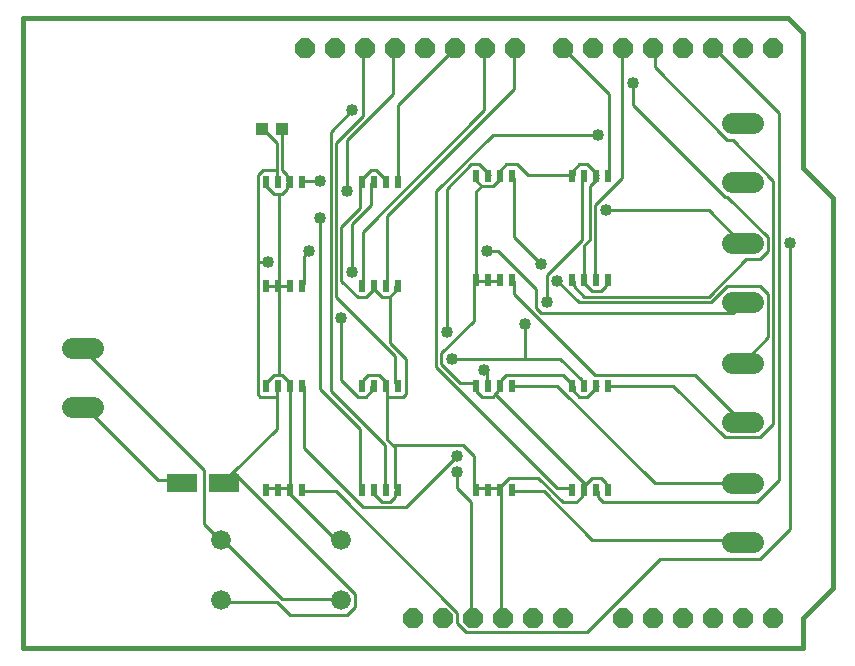
<source format=gtl>
G75*
%MOIN*%
%OFA0B0*%
%FSLAX25Y25*%
%IPPOS*%
%LPD*%
%AMOC8*
5,1,8,0,0,1.08239X$1,22.5*
%
%ADD10C,0.01600*%
%ADD11OC8,0.06600*%
%ADD12R,0.01969X0.03937*%
%ADD13C,0.07050*%
%ADD14R,0.04331X0.03937*%
%ADD15C,0.06600*%
%ADD16R,0.10236X0.06299*%
%ADD17C,0.01000*%
%ADD18C,0.04000*%
D10*
X0027000Y0006800D02*
X0287000Y0006800D01*
X0287000Y0016800D01*
X0297000Y0026800D01*
X0297000Y0156800D01*
X0287000Y0166800D01*
X0287000Y0211800D01*
X0282000Y0216800D01*
X0027000Y0216800D01*
X0027000Y0006800D01*
D11*
X0157000Y0016800D03*
X0167000Y0016800D03*
X0177000Y0016800D03*
X0187000Y0016800D03*
X0197000Y0016800D03*
X0207000Y0016800D03*
X0227000Y0016800D03*
X0237000Y0016800D03*
X0247000Y0016800D03*
X0257000Y0016800D03*
X0267000Y0016800D03*
X0277000Y0016800D03*
X0277000Y0206800D03*
X0267000Y0206800D03*
X0257000Y0206800D03*
X0247000Y0206800D03*
X0237000Y0206800D03*
X0227000Y0206800D03*
X0217000Y0206800D03*
X0207000Y0206800D03*
X0191000Y0206800D03*
X0181000Y0206800D03*
X0171000Y0206800D03*
X0161000Y0206800D03*
X0151000Y0206800D03*
X0141000Y0206800D03*
X0131000Y0206800D03*
X0121000Y0206800D03*
D12*
X0177984Y0164162D03*
X0182000Y0164162D03*
X0186016Y0164162D03*
X0190031Y0164162D03*
X0209953Y0164162D03*
X0213969Y0164162D03*
X0217984Y0164162D03*
X0222000Y0164162D03*
X0222000Y0129438D03*
X0217984Y0129438D03*
X0213969Y0129438D03*
X0209953Y0129438D03*
X0190031Y0129438D03*
X0186016Y0129438D03*
X0182000Y0129438D03*
X0177984Y0129438D03*
X0152000Y0127438D03*
X0147984Y0127438D03*
X0143969Y0127438D03*
X0139953Y0127438D03*
X0120031Y0127438D03*
X0116016Y0127438D03*
X0112000Y0127438D03*
X0107984Y0127438D03*
X0107984Y0094162D03*
X0112000Y0094162D03*
X0116016Y0094162D03*
X0120031Y0094162D03*
X0139953Y0094162D03*
X0143969Y0094162D03*
X0147984Y0094162D03*
X0152000Y0094162D03*
X0177984Y0094162D03*
X0182000Y0094162D03*
X0186016Y0094162D03*
X0190031Y0094162D03*
X0209953Y0094162D03*
X0213969Y0094162D03*
X0217984Y0094162D03*
X0222000Y0094162D03*
X0222000Y0059438D03*
X0217984Y0059438D03*
X0213969Y0059438D03*
X0209953Y0059438D03*
X0190031Y0059438D03*
X0186016Y0059438D03*
X0182000Y0059438D03*
X0177984Y0059438D03*
X0152000Y0059438D03*
X0147984Y0059438D03*
X0143969Y0059438D03*
X0139953Y0059438D03*
X0120031Y0059438D03*
X0116016Y0059438D03*
X0112000Y0059438D03*
X0107984Y0059438D03*
X0107984Y0162162D03*
X0112000Y0162162D03*
X0116016Y0162162D03*
X0120031Y0162162D03*
X0139953Y0162162D03*
X0143969Y0162162D03*
X0147984Y0162162D03*
X0152000Y0162162D03*
D13*
X0050525Y0106643D02*
X0043475Y0106643D01*
X0043475Y0086957D02*
X0050525Y0086957D01*
X0263475Y0081957D02*
X0270525Y0081957D01*
X0270525Y0101643D02*
X0263475Y0101643D01*
X0263475Y0121957D02*
X0270525Y0121957D01*
X0270525Y0141643D02*
X0263475Y0141643D01*
X0263475Y0161957D02*
X0270525Y0161957D01*
X0270525Y0181643D02*
X0263475Y0181643D01*
X0263475Y0061643D02*
X0270525Y0061643D01*
X0270525Y0041957D02*
X0263475Y0041957D01*
D14*
X0113346Y0179800D03*
X0106654Y0179800D03*
D15*
X0093000Y0042800D03*
X0093000Y0022800D03*
X0133000Y0022800D03*
X0133000Y0042800D03*
D16*
X0094087Y0061800D03*
X0079913Y0061800D03*
D17*
X0079200Y0062600D01*
X0072000Y0062600D01*
X0047700Y0086900D01*
X0047000Y0086957D01*
X0047700Y0105800D02*
X0047000Y0106643D01*
X0047700Y0105800D02*
X0087300Y0066200D01*
X0087300Y0048200D01*
X0092700Y0042800D01*
X0093000Y0042800D01*
X0093600Y0042800D01*
X0113400Y0023000D01*
X0132300Y0023000D01*
X0133000Y0022800D01*
X0137700Y0024800D02*
X0137700Y0020300D01*
X0135000Y0017600D01*
X0116100Y0017600D01*
X0111600Y0022100D01*
X0093600Y0022100D01*
X0093000Y0022800D01*
X0116100Y0058100D02*
X0131400Y0042800D01*
X0133000Y0042800D01*
X0140400Y0053600D02*
X0154800Y0053600D01*
X0171900Y0070700D01*
X0173700Y0074300D02*
X0150300Y0074300D01*
X0148500Y0076100D01*
X0148500Y0090500D01*
X0153900Y0090500D01*
X0154800Y0091400D01*
X0154800Y0103100D01*
X0149400Y0108500D01*
X0149400Y0123800D01*
X0151200Y0125600D01*
X0151200Y0127400D01*
X0152000Y0127438D01*
X0148500Y0128300D02*
X0147984Y0127438D01*
X0148500Y0128300D02*
X0148500Y0150800D01*
X0190800Y0193100D01*
X0190800Y0206600D01*
X0191000Y0206800D01*
X0181000Y0206800D02*
X0180900Y0206600D01*
X0180900Y0185900D01*
X0140400Y0145400D01*
X0140400Y0128300D01*
X0139953Y0127438D01*
X0141300Y0123800D02*
X0138600Y0123800D01*
X0133200Y0129200D01*
X0133200Y0147200D01*
X0139500Y0153500D01*
X0139500Y0161600D01*
X0139953Y0162162D01*
X0140400Y0162500D01*
X0140400Y0163400D01*
X0143100Y0166100D01*
X0144900Y0166100D01*
X0148500Y0162500D01*
X0147984Y0162162D01*
X0143969Y0162162D02*
X0143100Y0161600D01*
X0143100Y0154400D01*
X0136800Y0148100D01*
X0136800Y0131900D01*
X0143969Y0127438D02*
X0144000Y0126500D01*
X0141300Y0123800D01*
X0144000Y0126500D02*
X0146700Y0123800D01*
X0149400Y0123800D01*
X0144000Y0126500D02*
X0144000Y0127400D01*
X0143969Y0127438D01*
X0131400Y0123800D02*
X0131400Y0175100D01*
X0140400Y0184100D01*
X0140400Y0206600D01*
X0141000Y0206800D01*
X0150300Y0206600D02*
X0151000Y0206800D01*
X0150300Y0206600D02*
X0150300Y0191300D01*
X0135000Y0176000D01*
X0135000Y0158900D01*
X0126000Y0162500D02*
X0120600Y0162500D01*
X0120031Y0162162D01*
X0116016Y0162162D02*
X0115200Y0162500D01*
X0115200Y0164300D01*
X0113400Y0166100D01*
X0113400Y0179600D01*
X0113346Y0179800D01*
X0111600Y0175100D02*
X0107100Y0179600D01*
X0106654Y0179800D01*
X0111600Y0175100D02*
X0111600Y0166100D01*
X0107100Y0166100D01*
X0105300Y0164300D01*
X0105300Y0135500D01*
X0108900Y0135500D01*
X0105300Y0135500D02*
X0105300Y0091400D01*
X0106200Y0090500D01*
X0111600Y0090500D01*
X0111600Y0094100D01*
X0112000Y0094162D01*
X0112500Y0097700D02*
X0110700Y0097700D01*
X0108000Y0095000D01*
X0107984Y0094162D01*
X0111600Y0090500D02*
X0111600Y0079700D01*
X0097200Y0065300D01*
X0137700Y0024800D01*
X0171900Y0018500D02*
X0171900Y0014900D01*
X0174600Y0012200D01*
X0215100Y0012200D01*
X0239400Y0036500D01*
X0272700Y0036500D01*
X0282600Y0046400D01*
X0282600Y0141800D01*
X0275400Y0143600D02*
X0275400Y0139100D01*
X0272700Y0136400D01*
X0268200Y0136400D01*
X0255600Y0123800D01*
X0214200Y0123800D01*
X0210600Y0127400D01*
X0210600Y0129200D01*
X0209953Y0129438D01*
X0205200Y0129200D02*
X0212400Y0122000D01*
X0256500Y0122000D01*
X0261900Y0127400D01*
X0272700Y0127400D01*
X0275400Y0124700D01*
X0275400Y0110300D01*
X0267300Y0102200D01*
X0267000Y0101643D01*
X0251100Y0097700D02*
X0266400Y0082400D01*
X0267000Y0081957D01*
X0272700Y0077000D02*
X0261000Y0077000D01*
X0243900Y0094100D01*
X0222300Y0094100D01*
X0222000Y0094162D01*
X0218700Y0094100D02*
X0217984Y0094162D01*
X0218700Y0094100D02*
X0215100Y0090500D01*
X0212400Y0090500D01*
X0210600Y0092300D01*
X0210600Y0094100D01*
X0209953Y0094162D01*
X0209700Y0095000D01*
X0207000Y0097700D01*
X0188100Y0097700D01*
X0186300Y0095900D01*
X0186300Y0095000D01*
X0186016Y0094162D01*
X0185400Y0094100D01*
X0185400Y0092300D01*
X0184500Y0091400D01*
X0214200Y0061700D01*
X0215100Y0061700D01*
X0214200Y0060800D01*
X0214200Y0059900D01*
X0213969Y0059438D01*
X0213300Y0059000D01*
X0213300Y0057200D01*
X0211500Y0055400D01*
X0207000Y0055400D01*
X0198900Y0063500D01*
X0189000Y0063500D01*
X0186300Y0060800D01*
X0186300Y0059900D01*
X0186016Y0059438D01*
X0186300Y0059000D01*
X0186300Y0017600D01*
X0187000Y0016800D01*
X0177000Y0016800D02*
X0176400Y0017600D01*
X0176400Y0055400D01*
X0171900Y0059900D01*
X0171900Y0065300D01*
X0177300Y0070700D02*
X0173700Y0074300D01*
X0177300Y0070700D02*
X0177300Y0059900D01*
X0177984Y0059438D01*
X0178200Y0059900D01*
X0181800Y0059900D01*
X0182000Y0059438D01*
X0182700Y0059900D01*
X0185400Y0059900D01*
X0186016Y0059438D01*
X0190031Y0059438D02*
X0190800Y0059000D01*
X0200700Y0059000D01*
X0216900Y0042800D01*
X0266400Y0042800D01*
X0267000Y0041957D01*
X0271800Y0055400D02*
X0279000Y0062600D01*
X0279000Y0185000D01*
X0257400Y0206600D01*
X0257000Y0206800D01*
X0237600Y0206600D02*
X0237600Y0200300D01*
X0261900Y0176000D01*
X0263700Y0176000D01*
X0277200Y0162500D01*
X0277200Y0081500D01*
X0272700Y0077000D01*
X0267000Y0061643D02*
X0266400Y0061700D01*
X0237600Y0061700D01*
X0205200Y0094100D01*
X0190800Y0094100D01*
X0190031Y0094162D01*
X0184500Y0091400D02*
X0183600Y0090500D01*
X0180000Y0090500D01*
X0178200Y0092300D01*
X0178200Y0094100D01*
X0177984Y0094162D01*
X0177300Y0095000D01*
X0172800Y0095000D01*
X0166500Y0101300D01*
X0166500Y0104900D01*
X0177300Y0115700D01*
X0177300Y0129200D01*
X0177984Y0129438D01*
X0178200Y0130100D01*
X0178200Y0158900D01*
X0180000Y0160700D01*
X0183600Y0160700D01*
X0186300Y0163400D01*
X0186016Y0164162D01*
X0186300Y0164300D01*
X0186300Y0166100D01*
X0188100Y0167900D01*
X0191700Y0167900D01*
X0195300Y0164300D01*
X0209700Y0164300D01*
X0209953Y0164162D01*
X0210600Y0164300D01*
X0210600Y0166100D01*
X0212400Y0167900D01*
X0215100Y0167900D01*
X0218700Y0164300D01*
X0217984Y0164162D01*
X0218700Y0163400D01*
X0216000Y0160700D01*
X0216000Y0142700D01*
X0214200Y0140900D01*
X0214200Y0130100D01*
X0213969Y0129438D01*
X0214200Y0129200D01*
X0214200Y0128300D01*
X0216900Y0125600D01*
X0219600Y0125600D01*
X0221400Y0127400D01*
X0221400Y0129200D01*
X0222000Y0129438D01*
X0217984Y0129438D02*
X0217800Y0130100D01*
X0217800Y0154400D01*
X0226800Y0163400D01*
X0226800Y0206600D01*
X0227000Y0206800D01*
X0237000Y0206800D02*
X0237600Y0206600D01*
X0230400Y0194900D02*
X0230400Y0187700D01*
X0261000Y0157100D01*
X0261900Y0157100D01*
X0275400Y0143600D01*
X0267000Y0141643D02*
X0266400Y0141800D01*
X0255600Y0152600D01*
X0221400Y0152600D01*
X0222000Y0164162D02*
X0222300Y0164300D01*
X0222300Y0191300D01*
X0207000Y0206600D01*
X0207000Y0206800D01*
X0171000Y0206600D02*
X0171000Y0206800D01*
X0171000Y0206600D02*
X0152100Y0187700D01*
X0152100Y0162500D01*
X0152000Y0162162D01*
X0164700Y0158900D02*
X0183600Y0177800D01*
X0218700Y0177800D01*
X0213969Y0164162D02*
X0213300Y0163400D01*
X0213300Y0142700D01*
X0201600Y0131000D01*
X0201600Y0122000D01*
X0199800Y0118400D02*
X0198000Y0120200D01*
X0198000Y0126500D01*
X0185400Y0139100D01*
X0181800Y0139100D01*
X0190800Y0143600D02*
X0199800Y0134600D01*
X0190800Y0129200D02*
X0190031Y0129438D01*
X0190800Y0129200D02*
X0190800Y0124700D01*
X0217800Y0097700D01*
X0251100Y0097700D01*
X0263700Y0118400D02*
X0266400Y0121100D01*
X0267000Y0121957D01*
X0263700Y0118400D02*
X0199800Y0118400D01*
X0194400Y0114800D02*
X0194400Y0103100D01*
X0206100Y0103100D01*
X0213300Y0095900D01*
X0213300Y0095000D01*
X0213969Y0094162D01*
X0194400Y0103100D02*
X0170100Y0103100D01*
X0164700Y0100400D02*
X0164700Y0158900D01*
X0168300Y0159800D02*
X0176400Y0167900D01*
X0179100Y0167900D01*
X0182700Y0164300D01*
X0182000Y0164162D01*
X0178200Y0163400D02*
X0178200Y0162500D01*
X0180000Y0160700D01*
X0178200Y0163400D02*
X0177984Y0164162D01*
X0168300Y0159800D02*
X0168300Y0112100D01*
X0164700Y0100400D02*
X0205200Y0059900D01*
X0209700Y0059900D01*
X0209953Y0059438D01*
X0215100Y0061700D02*
X0216900Y0063500D01*
X0219600Y0063500D01*
X0221400Y0061700D01*
X0221400Y0059900D01*
X0222000Y0059438D01*
X0218700Y0059000D02*
X0218700Y0057200D01*
X0220500Y0055400D01*
X0271800Y0055400D01*
X0218700Y0059000D02*
X0217984Y0059438D01*
X0182000Y0094162D02*
X0181800Y0095000D01*
X0181800Y0098600D01*
X0180900Y0099500D01*
X0152000Y0094162D02*
X0151200Y0095000D01*
X0151200Y0104000D01*
X0131400Y0123800D01*
X0133200Y0116600D02*
X0133200Y0095900D01*
X0138600Y0090500D01*
X0141300Y0090500D01*
X0143100Y0092300D01*
X0143100Y0094100D01*
X0143969Y0094162D01*
X0140400Y0095000D02*
X0139953Y0094162D01*
X0140400Y0095000D02*
X0140400Y0095900D01*
X0142200Y0097700D01*
X0145800Y0097700D01*
X0148500Y0095000D01*
X0147984Y0094162D01*
X0148500Y0094100D01*
X0148500Y0090500D01*
X0139500Y0079700D02*
X0126000Y0093200D01*
X0126000Y0149900D01*
X0115200Y0159800D02*
X0115200Y0161600D01*
X0116016Y0162162D01*
X0115200Y0159800D02*
X0113400Y0158000D01*
X0112500Y0158000D01*
X0112500Y0128300D01*
X0112000Y0127438D01*
X0112500Y0127400D01*
X0112500Y0097700D01*
X0113400Y0097700D01*
X0116100Y0095000D01*
X0116016Y0094162D01*
X0116100Y0094100D01*
X0116100Y0059900D01*
X0116016Y0059438D01*
X0116100Y0059000D01*
X0116100Y0058100D01*
X0116016Y0059438D02*
X0115200Y0059900D01*
X0112500Y0059900D01*
X0112000Y0059438D01*
X0111600Y0059900D01*
X0108000Y0059900D01*
X0107984Y0059438D01*
X0097200Y0065300D02*
X0094500Y0062600D01*
X0094087Y0061800D01*
X0120031Y0059438D02*
X0120600Y0059000D01*
X0131400Y0059000D01*
X0171900Y0018500D01*
X0140400Y0053600D02*
X0120600Y0073400D01*
X0120600Y0094100D01*
X0120031Y0094162D01*
X0129600Y0092300D02*
X0129600Y0178700D01*
X0136800Y0185900D01*
X0111600Y0166100D02*
X0111600Y0162500D01*
X0112000Y0162162D01*
X0107984Y0162162D02*
X0108000Y0161600D01*
X0108000Y0160700D01*
X0110700Y0158000D01*
X0112500Y0158000D01*
X0122400Y0139100D02*
X0120600Y0137300D01*
X0120600Y0128300D01*
X0120031Y0127438D01*
X0116016Y0127438D02*
X0115200Y0127400D01*
X0112500Y0127400D01*
X0112000Y0127438D02*
X0111600Y0127400D01*
X0108000Y0127400D01*
X0107984Y0127438D01*
X0129600Y0092300D02*
X0147600Y0074300D01*
X0147600Y0059900D01*
X0147984Y0059438D01*
X0151200Y0059000D02*
X0151200Y0057200D01*
X0149400Y0055400D01*
X0146700Y0055400D01*
X0144000Y0058100D01*
X0144000Y0059000D01*
X0143969Y0059438D01*
X0139953Y0059438D02*
X0139500Y0059900D01*
X0139500Y0079700D01*
X0150300Y0074300D02*
X0151200Y0073400D01*
X0151200Y0059900D01*
X0152000Y0059438D01*
X0151200Y0059000D01*
X0178200Y0129200D02*
X0177984Y0129438D01*
X0178200Y0129200D02*
X0181800Y0129200D01*
X0182000Y0129438D01*
X0182700Y0129200D01*
X0185400Y0129200D01*
X0186016Y0129438D01*
X0190800Y0143600D02*
X0190800Y0163400D01*
X0190031Y0164162D01*
D18*
X0218700Y0177800D03*
X0230400Y0194900D03*
X0221400Y0152600D03*
X0199800Y0134600D03*
X0205200Y0129200D03*
X0201600Y0122000D03*
X0194400Y0114800D03*
X0180900Y0099500D03*
X0170100Y0103100D03*
X0168300Y0112100D03*
X0136800Y0131900D03*
X0122400Y0139100D03*
X0108900Y0135500D03*
X0126000Y0149900D03*
X0135000Y0158900D03*
X0126000Y0162500D03*
X0136800Y0185900D03*
X0181800Y0139100D03*
X0133200Y0116600D03*
X0171900Y0070700D03*
X0171900Y0065300D03*
X0282600Y0141800D03*
M02*

</source>
